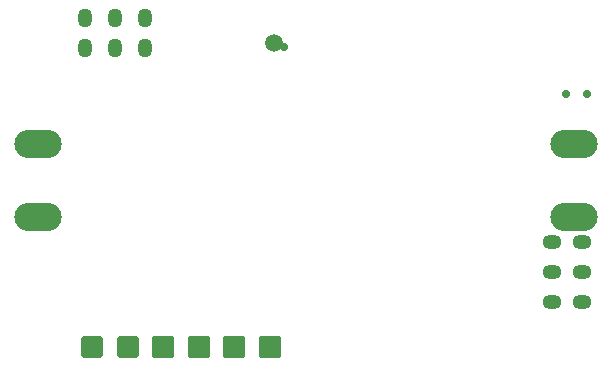
<source format=gbr>
%TF.GenerationSoftware,Altium Limited,Altium Designer,20.1.8 (145)*%
G04 Layer_Color=255*
%FSLAX45Y45*%
%MOMM*%
%TF.SameCoordinates,D4C556C9-1411-47D8-9651-3FCF20F6754B*%
%TF.FilePolarity,Positive*%
%TF.FileFunction,Pads,Bot*%
%TF.Part,Single*%
G01*
G75*
%TA.AperFunction,ViaPad*%
%ADD32O,4.00000X2.40000*%
%TA.AperFunction,ComponentPad*%
%ADD33O,1.60000X1.25000*%
%ADD34O,1.25000X1.60000*%
%ADD35C,0.70000*%
G04:AMPARAMS|DCode=36|XSize=1.8mm|YSize=1.8mm|CornerRadius=0.09mm|HoleSize=0mm|Usage=FLASHONLY|Rotation=0.000|XOffset=0mm|YOffset=0mm|HoleType=Round|Shape=RoundedRectangle|*
%AMROUNDEDRECTD36*
21,1,1.80000,1.62000,0,0,0.0*
21,1,1.62000,1.80000,0,0,0.0*
1,1,0.18000,0.81000,-0.81000*
1,1,0.18000,-0.81000,-0.81000*
1,1,0.18000,-0.81000,0.81000*
1,1,0.18000,0.81000,0.81000*
%
%ADD36ROUNDEDRECTD36*%
G04:AMPARAMS|DCode=37|XSize=1.8mm|YSize=1.8mm|CornerRadius=0.18mm|HoleSize=0mm|Usage=FLASHONLY|Rotation=180.000|XOffset=0mm|YOffset=0mm|HoleType=Round|Shape=RoundedRectangle|*
%AMROUNDEDRECTD37*
21,1,1.80000,1.44000,0,0,180.0*
21,1,1.44000,1.80000,0,0,180.0*
1,1,0.36000,-0.72000,0.72000*
1,1,0.36000,0.72000,0.72000*
1,1,0.36000,0.72000,-0.72000*
1,1,0.36000,-0.72000,-0.72000*
%
%ADD37ROUNDEDRECTD37*%
%TA.AperFunction,ViaPad*%
%ADD38C,0.70000*%
%TA.AperFunction,TestPad*%
%ADD41C,1.50000*%
D32*
X232500Y1345042D02*
D03*
X4767500D02*
D03*
Y1955020D02*
D03*
X232500D02*
D03*
D33*
X4580860Y1125020D02*
D03*
Y871020D02*
D03*
Y617020D02*
D03*
X4834860D02*
D03*
Y871020D02*
D03*
Y1125020D02*
D03*
D34*
X1135263Y2774187D02*
D03*
X881263D02*
D03*
X627263D02*
D03*
Y3028187D02*
D03*
X881263D02*
D03*
X1135263D02*
D03*
D35*
X4880016Y2380000D02*
D03*
X4700016D02*
D03*
D36*
X2190834Y241300D02*
D03*
X1290834D02*
D03*
X1590834D02*
D03*
X1890834D02*
D03*
D37*
X690880D02*
D03*
X990880D02*
D03*
D38*
X2310171Y2782808D02*
D03*
D41*
X2228252Y2812649D02*
D03*
%TF.MD5,7036f862c65d4f5f2be5e5934b877be5*%
M02*

</source>
